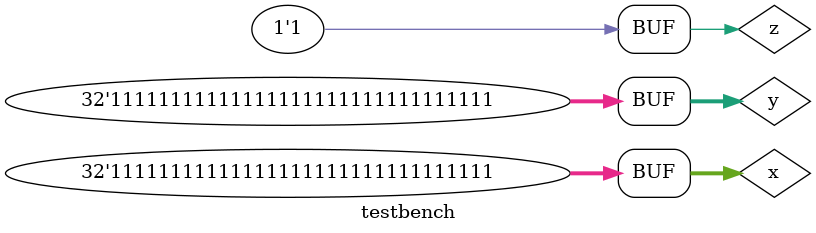
<source format=v>
module DECODER(d0,d1,d2,d3,d4,d5,d6,d7,x,y,z);
	input x,y,z;
	output d0,d1,d2,d3,d4,d5,d6,d7;
	wire x0,y0,z0;
	not n1(x0,x);
	not n2(y0,y);
	not n3(z0,z);
	and a0(d0,x0,y0,z0);
	and a1(d1,x0,y0,z);
	and a2(d2,x0,y,z0);
	and a3(d3,x0,y,z);
	and a4(d4,x,y0,z0);
	and a5(d5,x,y0,z);
	and a6(d6,x,y,z0);
	and a7(d7,x,y,z);
endmodule

module FADDER(s,c,x,y,z);
	input x,y,z;
	wire d0,d1,d2,d3,d4,d5,d6,d7;
	output s,c;
	DECODER dec(d0,d1,d2,d3,d4,d5,d6,d7,x,y,z);
	assign s = d1 | d2 | d4 | d7,
	 c = d3 | d5 | d6 | d7;
endmodule

module FADDER8BIT(s,c,x,y,z);
	input [7:0] x,y;
	input z;
	output [7:0] s;
	output c;
	wire c1, c2, c3, c4, c5, c6, c7;
	
	FADDER f0(s[0], c1, x[0], y[0], z);
	FADDER f1(s[1], c2, x[1], y[1], c1);
	FADDER f2(s[2], c3, x[2], y[2], c2);
	FADDER f3(s[3], c4, x[3], y[3], c3);
	FADDER f4(s[4], c5, x[4], y[4], c4);
	FADDER f5(s[5], c6, x[5], y[5], c5);
	FADDER f6(s[6], c7, x[6], y[6], c6);
	FADDER f7(s[7], c, x[7], y[7], c7);

endmodule
	
module FADDER32BIT(s,c,x,y,z);
	input [31:0] x,y;
	input z;
	output [31:0] s;
	output c;
	wire c1, c2, c3;
	
	FADDER8BIT f0(s[7:0], c1, x[7:0], y[7:0], z);
	FADDER8BIT f1(s[15:8], c2, x[15:8], y[15:8], c1);
	FADDER8BIT f2(s[23:16], c3, x[23:16], y[23:16], c2);
	FADDER8BIT f3(s[31: 24], c, x[31: 24], y[31: 24], c3);
	
endmodule

module testbench;
	 reg [31:0] x,y;
	 reg z;
	 wire [31:0] s;
	 wire c;
	 
	 FADDER32BIT fl(s,c,x,y,z);
	 initial
	 $monitor("x=%b,y=%b,z=%b,s=%b,c=%b",x,y,z,s,c);
	 initial
	 begin
	 #0 x=32'b00000000000000000000000000000000;y=32'b00000000000000000000000000000000;z=1'b0;
	 #4 x=32'b11111111111111111111111111111111;y=32'b11111111111111111111111111111111;z=1'b0;
	 #4 x=32'b11111111111111111111111111111111;y=32'b11111111111111111111111111111111;z=1'b1;
	
	 end
endmodule
</source>
